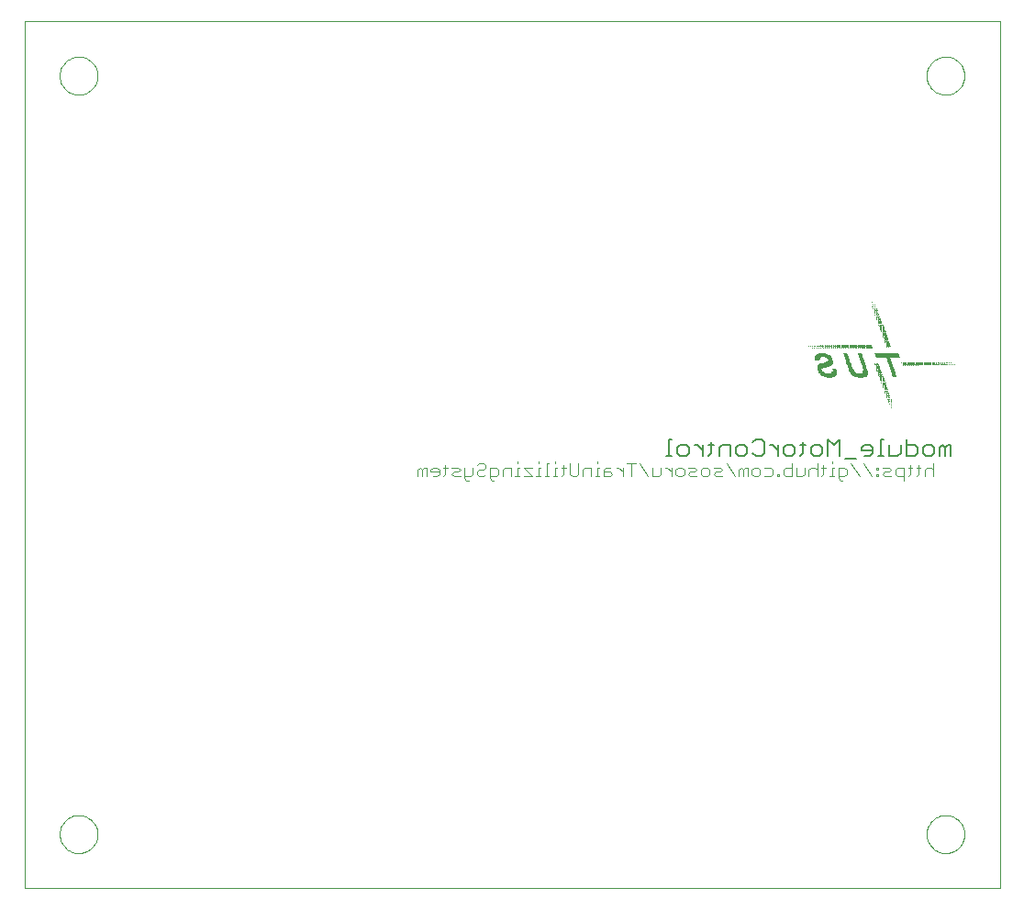
<source format=gbo>
G75*
G70*
%OFA0B0*%
%FSLAX24Y24*%
%IPPOS*%
%LPD*%
%AMOC8*
5,1,8,0,0,1.08239X$1,22.5*
%
%ADD10C,0.0000*%
%ADD11C,0.0040*%
%ADD12C,0.0050*%
%ADD13R,0.0015X0.0015*%
%ADD14R,0.0030X0.0015*%
%ADD15R,0.0045X0.0015*%
%ADD16R,0.0060X0.0015*%
%ADD17R,0.0195X0.0015*%
%ADD18R,0.0165X0.0015*%
%ADD19R,0.0090X0.0015*%
%ADD20R,0.0315X0.0015*%
%ADD21R,0.0300X0.0015*%
%ADD22R,0.0390X0.0015*%
%ADD23R,0.0375X0.0015*%
%ADD24R,0.0435X0.0015*%
%ADD25R,0.0420X0.0015*%
%ADD26R,0.0480X0.0015*%
%ADD27R,0.0465X0.0015*%
%ADD28R,0.0510X0.0015*%
%ADD29R,0.0555X0.0015*%
%ADD30R,0.0540X0.0015*%
%ADD31R,0.0570X0.0015*%
%ADD32R,0.0600X0.0015*%
%ADD33R,0.0240X0.0015*%
%ADD34R,0.0225X0.0015*%
%ADD35R,0.0210X0.0015*%
%ADD36R,0.0135X0.0015*%
%ADD37R,0.0180X0.0015*%
%ADD38R,0.0150X0.0015*%
%ADD39R,0.0270X0.0015*%
%ADD40R,0.0450X0.0015*%
%ADD41R,0.0525X0.0015*%
%ADD42R,0.0330X0.0015*%
%ADD43R,0.0855X0.0015*%
%ADD44R,0.0870X0.0015*%
%ADD45R,0.0405X0.0015*%
%ADD46R,0.0360X0.0015*%
%ADD47R,0.0285X0.0015*%
%ADD48R,0.0675X0.0015*%
D10*
X001560Y003750D02*
X001560Y035246D01*
X036993Y035246D01*
X036993Y003750D01*
X001560Y003750D01*
X002840Y005719D02*
X002842Y005771D01*
X002848Y005823D01*
X002858Y005874D01*
X002871Y005924D01*
X002889Y005974D01*
X002910Y006021D01*
X002934Y006067D01*
X002963Y006111D01*
X002994Y006153D01*
X003028Y006192D01*
X003065Y006229D01*
X003105Y006262D01*
X003148Y006293D01*
X003192Y006320D01*
X003238Y006344D01*
X003287Y006364D01*
X003336Y006380D01*
X003387Y006393D01*
X003438Y006402D01*
X003490Y006407D01*
X003542Y006408D01*
X003594Y006405D01*
X003646Y006398D01*
X003697Y006387D01*
X003747Y006373D01*
X003796Y006354D01*
X003843Y006332D01*
X003888Y006307D01*
X003932Y006278D01*
X003973Y006246D01*
X004012Y006211D01*
X004047Y006173D01*
X004080Y006132D01*
X004110Y006090D01*
X004136Y006045D01*
X004159Y005998D01*
X004178Y005949D01*
X004194Y005899D01*
X004206Y005849D01*
X004214Y005797D01*
X004218Y005745D01*
X004218Y005693D01*
X004214Y005641D01*
X004206Y005589D01*
X004194Y005539D01*
X004178Y005489D01*
X004159Y005440D01*
X004136Y005393D01*
X004110Y005348D01*
X004080Y005306D01*
X004047Y005265D01*
X004012Y005227D01*
X003973Y005192D01*
X003932Y005160D01*
X003888Y005131D01*
X003843Y005106D01*
X003796Y005084D01*
X003747Y005065D01*
X003697Y005051D01*
X003646Y005040D01*
X003594Y005033D01*
X003542Y005030D01*
X003490Y005031D01*
X003438Y005036D01*
X003387Y005045D01*
X003336Y005058D01*
X003287Y005074D01*
X003238Y005094D01*
X003192Y005118D01*
X003148Y005145D01*
X003105Y005176D01*
X003065Y005209D01*
X003028Y005246D01*
X002994Y005285D01*
X002963Y005327D01*
X002934Y005371D01*
X002910Y005417D01*
X002889Y005464D01*
X002871Y005514D01*
X002858Y005564D01*
X002848Y005615D01*
X002842Y005667D01*
X002840Y005719D01*
X002840Y033278D02*
X002842Y033330D01*
X002848Y033382D01*
X002858Y033433D01*
X002871Y033483D01*
X002889Y033533D01*
X002910Y033580D01*
X002934Y033626D01*
X002963Y033670D01*
X002994Y033712D01*
X003028Y033751D01*
X003065Y033788D01*
X003105Y033821D01*
X003148Y033852D01*
X003192Y033879D01*
X003238Y033903D01*
X003287Y033923D01*
X003336Y033939D01*
X003387Y033952D01*
X003438Y033961D01*
X003490Y033966D01*
X003542Y033967D01*
X003594Y033964D01*
X003646Y033957D01*
X003697Y033946D01*
X003747Y033932D01*
X003796Y033913D01*
X003843Y033891D01*
X003888Y033866D01*
X003932Y033837D01*
X003973Y033805D01*
X004012Y033770D01*
X004047Y033732D01*
X004080Y033691D01*
X004110Y033649D01*
X004136Y033604D01*
X004159Y033557D01*
X004178Y033508D01*
X004194Y033458D01*
X004206Y033408D01*
X004214Y033356D01*
X004218Y033304D01*
X004218Y033252D01*
X004214Y033200D01*
X004206Y033148D01*
X004194Y033098D01*
X004178Y033048D01*
X004159Y032999D01*
X004136Y032952D01*
X004110Y032907D01*
X004080Y032865D01*
X004047Y032824D01*
X004012Y032786D01*
X003973Y032751D01*
X003932Y032719D01*
X003888Y032690D01*
X003843Y032665D01*
X003796Y032643D01*
X003747Y032624D01*
X003697Y032610D01*
X003646Y032599D01*
X003594Y032592D01*
X003542Y032589D01*
X003490Y032590D01*
X003438Y032595D01*
X003387Y032604D01*
X003336Y032617D01*
X003287Y032633D01*
X003238Y032653D01*
X003192Y032677D01*
X003148Y032704D01*
X003105Y032735D01*
X003065Y032768D01*
X003028Y032805D01*
X002994Y032844D01*
X002963Y032886D01*
X002934Y032930D01*
X002910Y032976D01*
X002889Y033023D01*
X002871Y033073D01*
X002858Y033123D01*
X002848Y033174D01*
X002842Y033226D01*
X002840Y033278D01*
X034336Y033278D02*
X034338Y033330D01*
X034344Y033382D01*
X034354Y033433D01*
X034367Y033483D01*
X034385Y033533D01*
X034406Y033580D01*
X034430Y033626D01*
X034459Y033670D01*
X034490Y033712D01*
X034524Y033751D01*
X034561Y033788D01*
X034601Y033821D01*
X034644Y033852D01*
X034688Y033879D01*
X034734Y033903D01*
X034783Y033923D01*
X034832Y033939D01*
X034883Y033952D01*
X034934Y033961D01*
X034986Y033966D01*
X035038Y033967D01*
X035090Y033964D01*
X035142Y033957D01*
X035193Y033946D01*
X035243Y033932D01*
X035292Y033913D01*
X035339Y033891D01*
X035384Y033866D01*
X035428Y033837D01*
X035469Y033805D01*
X035508Y033770D01*
X035543Y033732D01*
X035576Y033691D01*
X035606Y033649D01*
X035632Y033604D01*
X035655Y033557D01*
X035674Y033508D01*
X035690Y033458D01*
X035702Y033408D01*
X035710Y033356D01*
X035714Y033304D01*
X035714Y033252D01*
X035710Y033200D01*
X035702Y033148D01*
X035690Y033098D01*
X035674Y033048D01*
X035655Y032999D01*
X035632Y032952D01*
X035606Y032907D01*
X035576Y032865D01*
X035543Y032824D01*
X035508Y032786D01*
X035469Y032751D01*
X035428Y032719D01*
X035384Y032690D01*
X035339Y032665D01*
X035292Y032643D01*
X035243Y032624D01*
X035193Y032610D01*
X035142Y032599D01*
X035090Y032592D01*
X035038Y032589D01*
X034986Y032590D01*
X034934Y032595D01*
X034883Y032604D01*
X034832Y032617D01*
X034783Y032633D01*
X034734Y032653D01*
X034688Y032677D01*
X034644Y032704D01*
X034601Y032735D01*
X034561Y032768D01*
X034524Y032805D01*
X034490Y032844D01*
X034459Y032886D01*
X034430Y032930D01*
X034406Y032976D01*
X034385Y033023D01*
X034367Y033073D01*
X034354Y033123D01*
X034344Y033174D01*
X034338Y033226D01*
X034336Y033278D01*
X034336Y005719D02*
X034338Y005771D01*
X034344Y005823D01*
X034354Y005874D01*
X034367Y005924D01*
X034385Y005974D01*
X034406Y006021D01*
X034430Y006067D01*
X034459Y006111D01*
X034490Y006153D01*
X034524Y006192D01*
X034561Y006229D01*
X034601Y006262D01*
X034644Y006293D01*
X034688Y006320D01*
X034734Y006344D01*
X034783Y006364D01*
X034832Y006380D01*
X034883Y006393D01*
X034934Y006402D01*
X034986Y006407D01*
X035038Y006408D01*
X035090Y006405D01*
X035142Y006398D01*
X035193Y006387D01*
X035243Y006373D01*
X035292Y006354D01*
X035339Y006332D01*
X035384Y006307D01*
X035428Y006278D01*
X035469Y006246D01*
X035508Y006211D01*
X035543Y006173D01*
X035576Y006132D01*
X035606Y006090D01*
X035632Y006045D01*
X035655Y005998D01*
X035674Y005949D01*
X035690Y005899D01*
X035702Y005849D01*
X035710Y005797D01*
X035714Y005745D01*
X035714Y005693D01*
X035710Y005641D01*
X035702Y005589D01*
X035690Y005539D01*
X035674Y005489D01*
X035655Y005440D01*
X035632Y005393D01*
X035606Y005348D01*
X035576Y005306D01*
X035543Y005265D01*
X035508Y005227D01*
X035469Y005192D01*
X035428Y005160D01*
X035384Y005131D01*
X035339Y005106D01*
X035292Y005084D01*
X035243Y005065D01*
X035193Y005051D01*
X035142Y005040D01*
X035090Y005033D01*
X035038Y005030D01*
X034986Y005031D01*
X034934Y005036D01*
X034883Y005045D01*
X034832Y005058D01*
X034783Y005074D01*
X034734Y005094D01*
X034688Y005118D01*
X034644Y005145D01*
X034601Y005176D01*
X034561Y005209D01*
X034524Y005246D01*
X034490Y005285D01*
X034459Y005327D01*
X034430Y005371D01*
X034406Y005417D01*
X034385Y005464D01*
X034367Y005514D01*
X034354Y005564D01*
X034344Y005615D01*
X034338Y005667D01*
X034336Y005719D01*
D11*
X033506Y018577D02*
X033506Y019037D01*
X033276Y019037D01*
X033199Y018960D01*
X033199Y018807D01*
X033276Y018730D01*
X033506Y018730D01*
X033659Y018730D02*
X033736Y018807D01*
X033736Y019114D01*
X033813Y019037D02*
X033659Y019037D01*
X033966Y019037D02*
X034120Y019037D01*
X034043Y019114D02*
X034043Y018807D01*
X033966Y018730D01*
X034273Y018730D02*
X034273Y018960D01*
X034350Y019037D01*
X034503Y019037D01*
X034580Y018960D01*
X034580Y018730D02*
X034580Y019191D01*
X033045Y018960D02*
X032969Y019037D01*
X032738Y019037D01*
X032585Y019037D02*
X032585Y018960D01*
X032508Y018960D01*
X032508Y019037D01*
X032585Y019037D01*
X032585Y018807D02*
X032585Y018730D01*
X032508Y018730D01*
X032508Y018807D01*
X032585Y018807D01*
X032738Y018807D02*
X032815Y018730D01*
X033045Y018730D01*
X032969Y018884D02*
X033045Y018960D01*
X032969Y018884D02*
X032815Y018884D01*
X032738Y018807D01*
X032355Y018730D02*
X032048Y019191D01*
X031587Y019191D02*
X031894Y018730D01*
X031434Y018807D02*
X031357Y018730D01*
X031127Y018730D01*
X031127Y018654D02*
X031127Y019037D01*
X031357Y019037D01*
X031434Y018960D01*
X031434Y018807D01*
X031281Y018577D02*
X031204Y018577D01*
X031127Y018654D01*
X030974Y018730D02*
X030820Y018730D01*
X030897Y018730D02*
X030897Y019037D01*
X030974Y019037D01*
X030897Y019191D02*
X030897Y019267D01*
X030667Y019037D02*
X030513Y019037D01*
X030590Y019114D02*
X030590Y018807D01*
X030513Y018730D01*
X030360Y018730D02*
X030360Y019191D01*
X030283Y019037D02*
X030130Y019037D01*
X030053Y018960D01*
X030053Y018730D01*
X029899Y018807D02*
X029823Y018730D01*
X029592Y018730D01*
X029592Y019037D01*
X029439Y019037D02*
X029209Y019037D01*
X029132Y018960D01*
X029132Y018807D01*
X029209Y018730D01*
X029439Y018730D01*
X029439Y019191D01*
X029899Y019037D02*
X029899Y018807D01*
X030283Y019037D02*
X030360Y018960D01*
X028979Y018807D02*
X028979Y018730D01*
X028902Y018730D01*
X028902Y018807D01*
X028979Y018807D01*
X028748Y018807D02*
X028672Y018730D01*
X028441Y018730D01*
X028288Y018807D02*
X028211Y018730D01*
X028058Y018730D01*
X027981Y018807D01*
X027981Y018960D01*
X028058Y019037D01*
X028211Y019037D01*
X028288Y018960D01*
X028288Y018807D01*
X028441Y019037D02*
X028672Y019037D01*
X028748Y018960D01*
X028748Y018807D01*
X027828Y018730D02*
X027828Y019037D01*
X027751Y019037D01*
X027674Y018960D01*
X027597Y019037D01*
X027521Y018960D01*
X027521Y018730D01*
X027674Y018730D02*
X027674Y018960D01*
X027367Y018730D02*
X027060Y019191D01*
X026830Y019037D02*
X026600Y019037D01*
X026677Y018884D02*
X026830Y018884D01*
X026907Y018960D01*
X026830Y019037D01*
X026677Y018884D02*
X026600Y018807D01*
X026677Y018730D01*
X026907Y018730D01*
X026446Y018807D02*
X026370Y018730D01*
X026216Y018730D01*
X026139Y018807D01*
X026139Y018960D01*
X026216Y019037D01*
X026370Y019037D01*
X026446Y018960D01*
X026446Y018807D01*
X025986Y018730D02*
X025756Y018730D01*
X025679Y018807D01*
X025756Y018884D01*
X025909Y018884D01*
X025986Y018960D01*
X025909Y019037D01*
X025679Y019037D01*
X025526Y018960D02*
X025526Y018807D01*
X025449Y018730D01*
X025295Y018730D01*
X025219Y018807D01*
X025219Y018960D01*
X025295Y019037D01*
X025449Y019037D01*
X025526Y018960D01*
X025065Y018884D02*
X024912Y019037D01*
X024835Y019037D01*
X024682Y019037D02*
X024682Y018807D01*
X024605Y018730D01*
X024375Y018730D01*
X024375Y019037D01*
X024221Y018730D02*
X023914Y019191D01*
X023761Y019191D02*
X023454Y019191D01*
X023607Y019191D02*
X023607Y018730D01*
X023300Y018730D02*
X023300Y019037D01*
X023147Y019037D02*
X023070Y019037D01*
X023147Y019037D02*
X023300Y018884D01*
X022917Y018807D02*
X022840Y018730D01*
X022610Y018730D01*
X022610Y018960D01*
X022687Y019037D01*
X022840Y019037D01*
X022840Y018884D02*
X022610Y018884D01*
X022456Y019037D02*
X022380Y019037D01*
X022380Y018730D01*
X022456Y018730D02*
X022303Y018730D01*
X022149Y018730D02*
X022149Y019037D01*
X021919Y019037D01*
X021842Y018960D01*
X021842Y018730D01*
X021689Y018807D02*
X021612Y018730D01*
X021459Y018730D01*
X021382Y018807D01*
X021382Y019191D01*
X021229Y019037D02*
X021075Y019037D01*
X021152Y019114D02*
X021152Y018807D01*
X021075Y018730D01*
X020922Y018730D02*
X020768Y018730D01*
X020845Y018730D02*
X020845Y019037D01*
X020922Y019037D01*
X020845Y019191D02*
X020845Y019267D01*
X020615Y019191D02*
X020538Y019191D01*
X020538Y018730D01*
X020615Y018730D02*
X020461Y018730D01*
X020308Y018730D02*
X020154Y018730D01*
X020231Y018730D02*
X020231Y019037D01*
X020308Y019037D01*
X020231Y019191D02*
X020231Y019267D01*
X020001Y019037D02*
X019694Y019037D01*
X020001Y018730D01*
X019694Y018730D01*
X019541Y018730D02*
X019387Y018730D01*
X019464Y018730D02*
X019464Y019037D01*
X019541Y019037D01*
X019464Y019191D02*
X019464Y019267D01*
X019234Y019037D02*
X019003Y019037D01*
X018927Y018960D01*
X018927Y018730D01*
X018773Y018807D02*
X018696Y018730D01*
X018466Y018730D01*
X018466Y018654D02*
X018466Y019037D01*
X018696Y019037D01*
X018773Y018960D01*
X018773Y018807D01*
X018620Y018577D02*
X018543Y018577D01*
X018466Y018654D01*
X018313Y018807D02*
X018236Y018730D01*
X018083Y018730D01*
X018006Y018807D01*
X018006Y018884D01*
X018083Y018960D01*
X018236Y018960D01*
X018313Y019037D01*
X018313Y019114D01*
X018236Y019191D01*
X018083Y019191D01*
X018006Y019114D01*
X017852Y019037D02*
X017852Y018807D01*
X017776Y018730D01*
X017545Y018730D01*
X017545Y018654D02*
X017622Y018577D01*
X017699Y018577D01*
X017545Y018654D02*
X017545Y019037D01*
X017392Y018960D02*
X017315Y019037D01*
X017085Y019037D01*
X016932Y019037D02*
X016778Y019037D01*
X016855Y019114D02*
X016855Y018807D01*
X016778Y018730D01*
X016625Y018807D02*
X016625Y018960D01*
X016548Y019037D01*
X016395Y019037D01*
X016318Y018960D01*
X016318Y018884D01*
X016625Y018884D01*
X016625Y018807D02*
X016548Y018730D01*
X016395Y018730D01*
X016164Y018730D02*
X016164Y019037D01*
X016088Y019037D01*
X016011Y018960D01*
X015934Y019037D01*
X015857Y018960D01*
X015857Y018730D01*
X016011Y018730D02*
X016011Y018960D01*
X017085Y018807D02*
X017162Y018884D01*
X017315Y018884D01*
X017392Y018960D01*
X017392Y018730D02*
X017162Y018730D01*
X017085Y018807D01*
X019234Y018730D02*
X019234Y019037D01*
X021689Y019191D02*
X021689Y018807D01*
X022380Y019191D02*
X022380Y019267D01*
X022840Y018884D02*
X022917Y018807D01*
X025065Y018730D02*
X025065Y019037D01*
D12*
X025086Y019455D02*
X024883Y019455D01*
X024985Y019455D02*
X024985Y020066D01*
X025086Y020066D01*
X025389Y019862D02*
X025592Y019862D01*
X025694Y019761D01*
X025694Y019557D01*
X025592Y019455D01*
X025389Y019455D01*
X025287Y019557D01*
X025287Y019761D01*
X025389Y019862D01*
X025895Y019862D02*
X025997Y019862D01*
X026201Y019659D01*
X026201Y019862D02*
X026201Y019455D01*
X026402Y019455D02*
X026504Y019557D01*
X026504Y019964D01*
X026606Y019862D02*
X026402Y019862D01*
X026806Y019761D02*
X026806Y019455D01*
X026806Y019761D02*
X026908Y019862D01*
X027213Y019862D01*
X027213Y019455D01*
X027414Y019557D02*
X027414Y019761D01*
X027516Y019862D01*
X027719Y019862D01*
X027821Y019761D01*
X027821Y019557D01*
X027719Y019455D01*
X027516Y019455D01*
X027414Y019557D01*
X028022Y019557D02*
X028124Y019455D01*
X028327Y019455D01*
X028429Y019557D01*
X028429Y019964D01*
X028327Y020066D01*
X028124Y020066D01*
X028022Y019964D01*
X028630Y019862D02*
X028732Y019862D01*
X028935Y019659D01*
X028935Y019862D02*
X028935Y019455D01*
X029136Y019557D02*
X029136Y019761D01*
X029238Y019862D01*
X029441Y019862D01*
X029543Y019761D01*
X029543Y019557D01*
X029441Y019455D01*
X029238Y019455D01*
X029136Y019557D01*
X029745Y019455D02*
X029846Y019557D01*
X029846Y019964D01*
X029745Y019862D02*
X029948Y019862D01*
X030149Y019761D02*
X030251Y019862D01*
X030454Y019862D01*
X030556Y019761D01*
X030556Y019557D01*
X030454Y019455D01*
X030251Y019455D01*
X030149Y019557D01*
X030149Y019761D01*
X030757Y020066D02*
X030757Y019455D01*
X031164Y019455D02*
X031164Y020066D01*
X030960Y019862D01*
X030757Y020066D01*
X031364Y019354D02*
X031771Y019354D01*
X032074Y019455D02*
X032277Y019455D01*
X032379Y019557D01*
X032379Y019761D01*
X032277Y019862D01*
X032074Y019862D01*
X031972Y019761D01*
X031972Y019659D01*
X032379Y019659D01*
X032581Y019455D02*
X032784Y019455D01*
X032682Y019455D02*
X032682Y020066D01*
X032784Y020066D01*
X032985Y019862D02*
X032985Y019455D01*
X033290Y019455D01*
X033392Y019557D01*
X033392Y019862D01*
X033593Y019862D02*
X033898Y019862D01*
X034000Y019761D01*
X034000Y019557D01*
X033898Y019455D01*
X033593Y019455D01*
X033593Y020066D01*
X034200Y019761D02*
X034302Y019862D01*
X034506Y019862D01*
X034607Y019761D01*
X034607Y019557D01*
X034506Y019455D01*
X034302Y019455D01*
X034200Y019557D01*
X034200Y019761D01*
X034808Y019761D02*
X034808Y019455D01*
X035011Y019455D02*
X035011Y019761D01*
X034910Y019862D01*
X034808Y019761D01*
X035011Y019761D02*
X035113Y019862D01*
X035215Y019862D01*
X035215Y019455D01*
D13*
X033065Y021190D03*
X033065Y021325D03*
X033065Y021400D03*
X032990Y021400D03*
X032990Y021475D03*
X032990Y021505D03*
X032990Y021550D03*
X032990Y021580D03*
X032990Y021625D03*
X032990Y021655D03*
X032915Y021700D03*
X032855Y021715D03*
X032855Y021730D03*
X032840Y021775D03*
X032900Y021925D03*
X032900Y021940D03*
X032825Y022150D03*
X032810Y022165D03*
X032765Y022195D03*
X032690Y022195D03*
X032690Y022210D03*
X032690Y022270D03*
X032690Y022285D03*
X032690Y022345D03*
X032690Y022360D03*
X032690Y022420D03*
X032690Y022435D03*
X032690Y022495D03*
X032690Y022510D03*
X032615Y022510D03*
X032615Y022495D03*
X032615Y022435D03*
X032615Y022420D03*
X032630Y022330D03*
X032765Y022270D03*
X032705Y022090D03*
X032915Y021580D03*
X032915Y021550D03*
X032930Y021490D03*
X033065Y021475D03*
X032555Y022525D03*
X032555Y022555D03*
X032555Y022570D03*
X032540Y022585D03*
X032615Y022585D03*
X032615Y022570D03*
X032615Y022720D03*
X032600Y022735D03*
X032600Y022750D03*
X032585Y022780D03*
X032540Y022810D03*
X032465Y022810D03*
X032480Y022750D03*
X032375Y023365D03*
X032315Y023410D03*
X032240Y023410D03*
X032165Y023410D03*
X032090Y023410D03*
X032090Y023470D03*
X032015Y023470D03*
X032015Y023410D03*
X031940Y023410D03*
X031940Y023395D03*
X031865Y023395D03*
X031865Y023410D03*
X031865Y023470D03*
X031790Y023470D03*
X031790Y023410D03*
X031790Y023395D03*
X031715Y023395D03*
X031715Y023410D03*
X031715Y023470D03*
X031640Y023470D03*
X031640Y023410D03*
X031640Y023395D03*
X031565Y023395D03*
X031490Y023395D03*
X031415Y023395D03*
X031490Y023470D03*
X031565Y023470D03*
X031940Y023470D03*
X032780Y023755D03*
X032840Y023770D03*
X032840Y023785D03*
X032840Y023845D03*
X032840Y023860D03*
X032840Y023920D03*
X032840Y023935D03*
X032825Y023980D03*
X032765Y023995D03*
X032705Y023980D03*
X032705Y023965D03*
X032765Y023920D03*
X032765Y023860D03*
X032765Y023845D03*
X032900Y023800D03*
X032915Y023710D03*
X032915Y023695D03*
X032915Y023635D03*
X032960Y023605D03*
X032975Y023560D03*
X032990Y023545D03*
X032915Y023560D03*
X032855Y023575D03*
X032840Y023635D03*
X032840Y023695D03*
X032840Y023710D03*
X032915Y023410D03*
X032810Y024040D03*
X032765Y024070D03*
X032690Y024070D03*
X032630Y024175D03*
X032690Y024355D03*
X032675Y024400D03*
X032675Y024415D03*
X032555Y024400D03*
X032540Y024475D03*
X032540Y024550D03*
X032480Y024565D03*
X032465Y024625D03*
X032465Y024655D03*
X032465Y024700D03*
X032465Y024730D03*
X032465Y024775D03*
X032405Y024790D03*
X032390Y024850D03*
X032465Y024850D03*
X032465Y024940D03*
X032390Y025015D03*
X032540Y024790D03*
X032540Y024775D03*
X032540Y024730D03*
X032540Y024700D03*
X032540Y024655D03*
X032540Y024625D03*
X032615Y024580D03*
X030740Y023425D03*
X030665Y023425D03*
X030665Y023380D03*
X030590Y023380D03*
X030590Y023425D03*
X030590Y023455D03*
X030515Y023455D03*
X030515Y023425D03*
X030440Y023425D03*
X030440Y023365D03*
X030365Y023365D03*
X030365Y023425D03*
X030290Y023425D03*
X030290Y023365D03*
X030215Y023365D03*
X030065Y023440D03*
X033515Y022735D03*
X033590Y022735D03*
X033665Y022735D03*
X033740Y022735D03*
X033740Y022795D03*
X033740Y022810D03*
X033665Y022810D03*
X033815Y022810D03*
X033815Y022795D03*
X033815Y022735D03*
X033890Y022735D03*
X033890Y022795D03*
X033890Y022810D03*
X033965Y022810D03*
X033965Y022795D03*
X033965Y022735D03*
X034040Y022735D03*
X034040Y022795D03*
X034040Y022810D03*
X034115Y022810D03*
X034115Y022795D03*
X034190Y022795D03*
X034790Y022825D03*
X034865Y022825D03*
X034865Y022750D03*
X034940Y022750D03*
X034940Y022780D03*
X034940Y022825D03*
X035015Y022825D03*
X035015Y022780D03*
X035015Y022750D03*
X035090Y022750D03*
X035165Y022750D03*
X035165Y022825D03*
X035165Y022840D03*
X035240Y022840D03*
X035315Y022765D03*
X035390Y022765D03*
X035090Y022825D03*
D14*
X035098Y022840D03*
X035023Y022840D03*
X034948Y022840D03*
X034873Y022840D03*
X034873Y022780D03*
X034798Y022780D03*
X034783Y022750D03*
X034723Y022780D03*
X034708Y022750D03*
X034648Y022780D03*
X034633Y022825D03*
X034648Y022840D03*
X034708Y022825D03*
X034723Y022840D03*
X034798Y022840D03*
X035173Y022765D03*
X035248Y022765D03*
X033673Y022795D03*
X033598Y022795D03*
X033583Y022810D03*
X033523Y022795D03*
X033508Y022810D03*
X033448Y022825D03*
X033448Y022840D03*
X032983Y023410D03*
X032998Y023470D03*
X032983Y023485D03*
X032923Y023470D03*
X032908Y023485D03*
X032923Y023425D03*
X032923Y023545D03*
X032983Y023575D03*
X032923Y023620D03*
X032848Y023620D03*
X032848Y023605D03*
X032908Y023755D03*
X032773Y023800D03*
X032773Y023830D03*
X032833Y023950D03*
X032698Y024025D03*
X032758Y024175D03*
X032623Y024190D03*
X032623Y024205D03*
X032623Y024250D03*
X032683Y024325D03*
X032623Y024355D03*
X032623Y024430D03*
X032608Y024475D03*
X032623Y024505D03*
X032608Y024550D03*
X032608Y024565D03*
X032548Y024580D03*
X032548Y024505D03*
X032548Y024430D03*
X032548Y024415D03*
X032473Y024640D03*
X032473Y024790D03*
X032473Y024865D03*
X032398Y024865D03*
X032398Y024940D03*
X032323Y023470D03*
X032323Y023395D03*
X032368Y023380D03*
X032248Y023395D03*
X032248Y023470D03*
X032173Y023470D03*
X032173Y023395D03*
X032098Y023395D03*
X032023Y023395D03*
X031948Y023365D03*
X031873Y023365D03*
X031723Y023365D03*
X031648Y023365D03*
X031573Y023365D03*
X031498Y023365D03*
X031423Y023365D03*
X031348Y023365D03*
X031273Y023365D03*
X031198Y023365D03*
X031123Y023365D03*
X031048Y023365D03*
X031048Y023380D03*
X031048Y023455D03*
X030973Y023455D03*
X030973Y023380D03*
X030973Y023365D03*
X030898Y023365D03*
X030898Y023380D03*
X030883Y023425D03*
X030898Y023455D03*
X030823Y023455D03*
X030808Y023425D03*
X030823Y023380D03*
X030823Y023365D03*
X030748Y023365D03*
X030748Y023380D03*
X030748Y023455D03*
X030673Y023455D03*
X030673Y023365D03*
X030598Y023365D03*
X030523Y023365D03*
X030298Y023440D03*
X030223Y023440D03*
X030148Y023440D03*
X032473Y022795D03*
X032473Y022780D03*
X032533Y022735D03*
X032548Y022720D03*
X032533Y022660D03*
X032548Y022645D03*
X032548Y022600D03*
X032608Y022660D03*
X032623Y022645D03*
X032668Y022555D03*
X032683Y022525D03*
X032623Y022375D03*
X032758Y022330D03*
X032758Y022300D03*
X032698Y022180D03*
X032698Y022165D03*
X032698Y022150D03*
X032833Y022105D03*
X032833Y022075D03*
X032773Y022000D03*
X032773Y021955D03*
X032773Y021940D03*
X032908Y021880D03*
X032908Y021850D03*
X032923Y021805D03*
X032908Y021775D03*
X032923Y021730D03*
X032983Y021715D03*
X032983Y021700D03*
X032923Y021655D03*
X032908Y021625D03*
X032923Y021565D03*
X033058Y021490D03*
X033073Y021415D03*
X033073Y021340D03*
X033073Y021265D03*
X032998Y021340D03*
X032848Y021805D03*
X032548Y022795D03*
D15*
X032540Y022750D03*
X032540Y022675D03*
X032540Y022630D03*
X032615Y022600D03*
X032615Y022525D03*
X032615Y022480D03*
X032615Y022450D03*
X032615Y022405D03*
X032615Y022390D03*
X032690Y022375D03*
X032690Y022405D03*
X032690Y022450D03*
X032690Y022330D03*
X032690Y022300D03*
X032690Y022255D03*
X032690Y022240D03*
X032690Y022225D03*
X032765Y022225D03*
X032765Y022255D03*
X032750Y022315D03*
X032765Y022180D03*
X032765Y022150D03*
X032765Y022105D03*
X032765Y022075D03*
X032765Y022030D03*
X032765Y022015D03*
X032840Y022015D03*
X032840Y022000D03*
X032840Y022030D03*
X032825Y022090D03*
X032840Y021955D03*
X032840Y021940D03*
X032840Y021925D03*
X032840Y021880D03*
X032840Y021865D03*
X032840Y021850D03*
X032840Y021790D03*
X032915Y021790D03*
X032915Y021715D03*
X032915Y021640D03*
X032990Y021640D03*
X032990Y021565D03*
X032990Y021490D03*
X032990Y021415D03*
X032915Y021865D03*
X032615Y022675D03*
X032600Y022705D03*
X032315Y023365D03*
X032315Y023425D03*
X032240Y023425D03*
X032240Y023365D03*
X032165Y023365D03*
X032165Y023425D03*
X032090Y023425D03*
X032090Y023365D03*
X032015Y023365D03*
X032015Y023425D03*
X031940Y023425D03*
X031940Y023380D03*
X031865Y023380D03*
X031865Y023425D03*
X031865Y023455D03*
X031790Y023455D03*
X031790Y023425D03*
X031790Y023380D03*
X031790Y023365D03*
X031715Y023380D03*
X031715Y023425D03*
X031715Y023455D03*
X031640Y023455D03*
X031640Y023425D03*
X031640Y023380D03*
X031565Y023380D03*
X031565Y023425D03*
X031565Y023455D03*
X031490Y023455D03*
X031490Y023425D03*
X031490Y023380D03*
X031415Y023380D03*
X031415Y023425D03*
X031415Y023455D03*
X031340Y023455D03*
X031340Y023425D03*
X031340Y023380D03*
X031265Y023380D03*
X031265Y023425D03*
X031265Y023455D03*
X031190Y023455D03*
X031190Y023440D03*
X031190Y023425D03*
X031190Y023380D03*
X031115Y023380D03*
X031115Y023425D03*
X031115Y023440D03*
X031115Y023455D03*
X031040Y023440D03*
X031040Y023425D03*
X030965Y023425D03*
X030965Y023440D03*
X030890Y023440D03*
X030815Y023440D03*
X030740Y023440D03*
X030665Y023440D03*
X030590Y023440D03*
X030515Y023440D03*
X030440Y023440D03*
X030365Y023440D03*
X032615Y024265D03*
X032615Y024280D03*
X032615Y024325D03*
X032615Y024340D03*
X032615Y024400D03*
X032615Y024415D03*
X032615Y024490D03*
X032540Y024490D03*
X032540Y024565D03*
X032540Y024640D03*
X032540Y024715D03*
X032465Y024715D03*
X032690Y024340D03*
X032690Y024280D03*
X032690Y024265D03*
X032690Y024250D03*
X032690Y024205D03*
X032690Y024175D03*
X032690Y024130D03*
X032690Y024100D03*
X032690Y024055D03*
X032690Y024040D03*
X032765Y024025D03*
X032765Y024055D03*
X032765Y024100D03*
X032765Y024130D03*
X032750Y024190D03*
X032765Y023980D03*
X032765Y023950D03*
X032765Y023905D03*
X032765Y023890D03*
X032765Y023875D03*
X032840Y023875D03*
X032840Y023905D03*
X032825Y023965D03*
X032840Y023830D03*
X032840Y023800D03*
X032840Y023725D03*
X032840Y023680D03*
X032840Y023650D03*
X032915Y023650D03*
X032915Y023575D03*
X032915Y023500D03*
X032915Y023455D03*
X032990Y023425D03*
X032990Y023500D03*
X032975Y023530D03*
X032915Y023725D03*
X033515Y022840D03*
X033515Y022825D03*
X033515Y022750D03*
X033590Y022750D03*
X033665Y022750D03*
X033740Y022750D03*
X033815Y022750D03*
X033890Y022750D03*
X033965Y022750D03*
X033965Y022780D03*
X033965Y022825D03*
X033965Y022840D03*
X033890Y022840D03*
X033890Y022825D03*
X033815Y022825D03*
X033815Y022840D03*
X033740Y022840D03*
X033740Y022825D03*
X033665Y022825D03*
X033665Y022840D03*
X033590Y022840D03*
X033590Y022825D03*
X034040Y022825D03*
X034040Y022840D03*
X034040Y022780D03*
X034040Y022750D03*
X034115Y022750D03*
X034115Y022780D03*
X034115Y022825D03*
X034115Y022840D03*
X034190Y022840D03*
X034190Y022825D03*
X034190Y022780D03*
X034190Y022750D03*
X034265Y022750D03*
X034265Y022780D03*
X034265Y022825D03*
X034265Y022840D03*
X034340Y022840D03*
X034340Y022825D03*
X034340Y022780D03*
X034340Y022750D03*
X034415Y022750D03*
X034415Y022780D03*
X034415Y022825D03*
X034415Y022840D03*
X034490Y022840D03*
X034490Y022825D03*
X034490Y022780D03*
X034490Y022765D03*
X034490Y022750D03*
X034565Y022750D03*
X034565Y022765D03*
X034565Y022780D03*
X034565Y022825D03*
X034565Y022840D03*
X034640Y022765D03*
X034640Y022750D03*
X034715Y022765D03*
X034790Y022765D03*
X034865Y022765D03*
X034940Y022765D03*
X035015Y022765D03*
X035090Y022765D03*
D16*
X034408Y022765D03*
X034333Y022765D03*
X034258Y022765D03*
X034183Y022765D03*
X034108Y022765D03*
X034033Y022765D03*
X033883Y022780D03*
X033808Y022780D03*
X033733Y022780D03*
X033658Y022780D03*
X033583Y022780D03*
X033508Y022780D03*
X032983Y023455D03*
X032908Y023530D03*
X032908Y023605D03*
X032908Y023680D03*
X032833Y023755D03*
X032833Y023890D03*
X032758Y023965D03*
X032758Y024040D03*
X032758Y024115D03*
X032683Y024115D03*
X032683Y024190D03*
X032308Y023380D03*
X032233Y023380D03*
X032158Y023380D03*
X032158Y023455D03*
X032083Y023455D03*
X032083Y023380D03*
X032008Y023380D03*
X032008Y023455D03*
X031933Y023455D03*
X031633Y023440D03*
X031558Y023440D03*
X031483Y023440D03*
X031408Y023440D03*
X031333Y023440D03*
X031258Y023440D03*
X032533Y022780D03*
X032533Y022705D03*
X032608Y022630D03*
X032608Y022555D03*
X032683Y022480D03*
X032758Y022240D03*
X032758Y022165D03*
X032758Y022090D03*
D17*
X032105Y022465D03*
X031940Y022300D03*
X031685Y022450D03*
X031670Y022465D03*
X030980Y022480D03*
X030800Y022300D03*
X030545Y022450D03*
X030470Y022630D03*
X030365Y023005D03*
X030785Y023020D03*
D18*
X030815Y022990D03*
X030830Y022960D03*
X030845Y022930D03*
X030845Y022915D03*
X030845Y022900D03*
X030995Y022570D03*
X030995Y022555D03*
X030995Y022540D03*
X030995Y022525D03*
X030485Y022510D03*
X030485Y022495D03*
X030470Y022525D03*
X030470Y022540D03*
X030455Y022570D03*
X030455Y022585D03*
X030455Y022600D03*
X030350Y022945D03*
X030530Y023170D03*
X031385Y023155D03*
X031400Y023140D03*
X031400Y023125D03*
X031400Y023110D03*
X031415Y023095D03*
X031415Y023080D03*
X031415Y023065D03*
X031430Y023050D03*
X031430Y023035D03*
X031430Y023020D03*
X031445Y023005D03*
X031445Y022990D03*
X031445Y022975D03*
X031460Y022960D03*
X031460Y022945D03*
X031460Y022930D03*
X031475Y022915D03*
X031475Y022900D03*
X031475Y022885D03*
X031490Y022870D03*
X031490Y022855D03*
X031490Y022840D03*
X031505Y022825D03*
X031505Y022810D03*
X031520Y022780D03*
X031520Y022765D03*
X031535Y022750D03*
X031535Y022735D03*
X031535Y022720D03*
X031550Y022705D03*
X031550Y022690D03*
X031550Y022675D03*
X031565Y022660D03*
X031565Y022645D03*
X031565Y022630D03*
X031580Y022615D03*
X031580Y022600D03*
X031595Y022585D03*
X031595Y022570D03*
X031610Y022540D03*
X031640Y022495D03*
X032075Y022660D03*
X032075Y022675D03*
X032075Y022690D03*
X032060Y022705D03*
X032060Y022720D03*
X032060Y022735D03*
X032045Y022750D03*
X032045Y022765D03*
X032045Y022780D03*
X032030Y022795D03*
X032030Y022810D03*
X032030Y022825D03*
X032015Y022840D03*
X032015Y022855D03*
X032015Y022870D03*
X032000Y022885D03*
X032000Y022900D03*
X031985Y022930D03*
X031985Y022945D03*
X031970Y022975D03*
X031970Y022990D03*
X031955Y023020D03*
X031955Y023035D03*
X031940Y023065D03*
X031940Y023080D03*
X031925Y023110D03*
X031925Y023125D03*
X031910Y023140D03*
X031910Y023155D03*
X032090Y022645D03*
X032090Y022630D03*
X032090Y022615D03*
X032105Y022585D03*
X032105Y022570D03*
X032105Y022555D03*
X032105Y022540D03*
X032615Y022540D03*
X033035Y022735D03*
X033035Y022750D03*
X033035Y022765D03*
X033020Y022780D03*
X033020Y022795D03*
X033020Y022810D03*
X033005Y022825D03*
X033005Y022840D03*
X032990Y022870D03*
X032990Y022885D03*
X032975Y022915D03*
X032975Y022930D03*
X032960Y022945D03*
X032960Y022960D03*
X032960Y022975D03*
X032945Y022990D03*
X032945Y023005D03*
X032945Y023020D03*
X033050Y022720D03*
X033050Y022705D03*
X033050Y022690D03*
X033065Y022675D03*
X033065Y022660D03*
X033065Y022645D03*
X033080Y022630D03*
X033080Y022615D03*
X033080Y022600D03*
X033095Y022585D03*
X033095Y022570D03*
X033095Y022555D03*
X033110Y022540D03*
X033110Y022525D03*
X033110Y022510D03*
X033125Y022495D03*
X033125Y022480D03*
X033125Y022465D03*
X033140Y022450D03*
X033140Y022435D03*
X033140Y022420D03*
X033155Y022405D03*
X033155Y022390D03*
X033155Y022375D03*
X033170Y022360D03*
X033170Y022345D03*
X033170Y022330D03*
X033185Y022315D03*
X032915Y023590D03*
X032855Y023740D03*
D19*
X032698Y022390D03*
X032668Y022315D03*
D20*
X031940Y022315D03*
X030530Y022675D03*
D21*
X030793Y022315D03*
D22*
X031933Y022330D03*
D23*
X030800Y022330D03*
X030560Y022690D03*
X030740Y022810D03*
D24*
X031925Y022345D03*
D25*
X030793Y022345D03*
X030598Y022705D03*
X030718Y022795D03*
D26*
X030553Y023095D03*
X031918Y022360D03*
D27*
X030785Y022360D03*
X030635Y022735D03*
X030650Y022750D03*
X030665Y022765D03*
X030545Y023110D03*
D28*
X030778Y022375D03*
X031918Y022375D03*
D29*
X031910Y022390D03*
X030560Y023065D03*
D30*
X030778Y022390D03*
D31*
X030778Y022405D03*
X030568Y023050D03*
X031903Y022405D03*
D32*
X031903Y022420D03*
X030763Y022420D03*
D33*
X030943Y022435D03*
X030823Y022855D03*
X031708Y022435D03*
X032083Y022435D03*
D34*
X030965Y022450D03*
X030575Y022435D03*
X030485Y022645D03*
X030395Y023035D03*
X030755Y023035D03*
D35*
X030838Y022870D03*
X030373Y023020D03*
X030973Y022465D03*
X032098Y022450D03*
D36*
X032585Y022615D03*
X032570Y022690D03*
X032645Y022465D03*
X032960Y023440D03*
X032945Y023515D03*
X032885Y023665D03*
X032270Y023455D03*
D37*
X032113Y022525D03*
X032113Y022510D03*
X032113Y022495D03*
X032113Y022480D03*
X031648Y022480D03*
X031633Y022510D03*
X031618Y022525D03*
X031603Y022555D03*
X031513Y022795D03*
X030988Y022510D03*
X030988Y022495D03*
X030853Y022885D03*
X030793Y023005D03*
X030358Y022990D03*
X030358Y022975D03*
X030358Y022960D03*
X030463Y022615D03*
X030508Y022480D03*
X030523Y022465D03*
D38*
X030463Y022555D03*
X030358Y022915D03*
X030358Y022930D03*
X030823Y022975D03*
X030838Y022945D03*
X030988Y022585D03*
X031993Y022915D03*
X031978Y022960D03*
X031963Y023005D03*
X031948Y023050D03*
X031933Y023095D03*
X032098Y022600D03*
X032533Y022765D03*
X032983Y022900D03*
X032998Y022855D03*
X032833Y023815D03*
D39*
X030808Y022840D03*
X030508Y022660D03*
D40*
X030613Y022720D03*
X030688Y022780D03*
D41*
X030560Y023080D03*
X033725Y022765D03*
D42*
X030778Y022825D03*
D43*
X032885Y023155D03*
X032900Y023125D03*
X032900Y023110D03*
X032915Y023080D03*
X032915Y023065D03*
X032930Y023035D03*
D44*
X032923Y023050D03*
X032908Y023095D03*
X032893Y023140D03*
D45*
X030545Y023125D03*
D46*
X030538Y023140D03*
D47*
X030530Y023155D03*
D48*
X032015Y023440D03*
M02*

</source>
